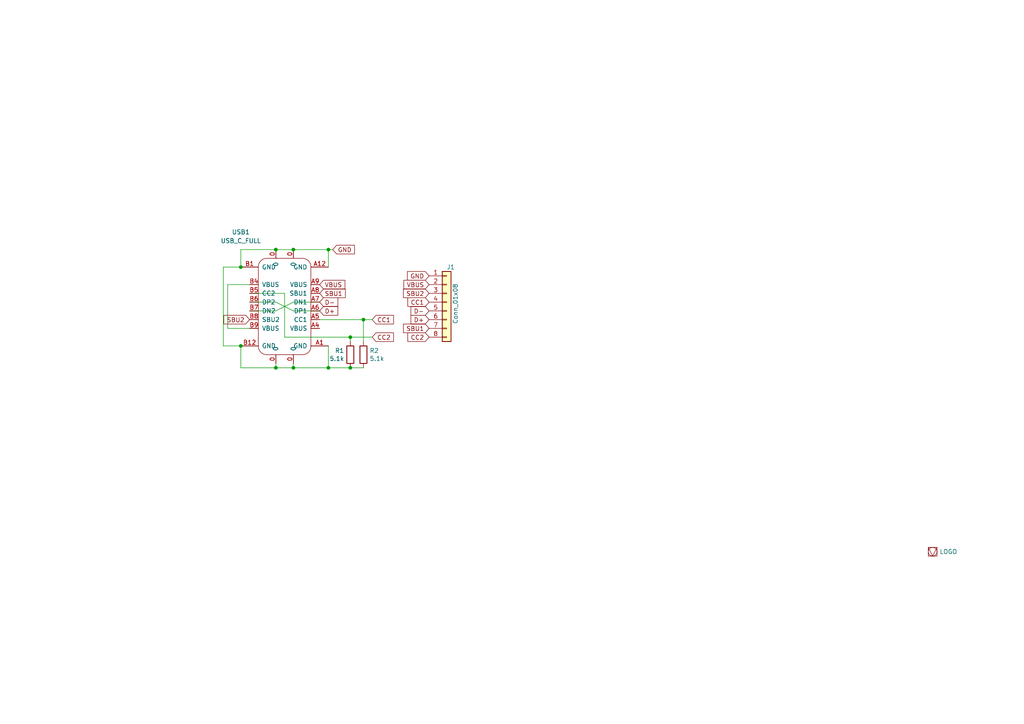
<source format=kicad_sch>
(kicad_sch (version 20230121) (generator eeschema)
  (paper "A4")
  (lib_symbols
    (symbol "GS_Local:Conn_01x08" (pin_names (offset 1.016) hide)
      (property "Reference" "J" (at 0 10.16 0))
      (property "Value" "Conn_01x08" (at 0 -12.7 0))
      (symbol "Conn_01x08_1_1"
        (rectangle (start -1.27 -10.033) (end 0 -10.287) (stroke (width 0.1524)))
        (rectangle (start -1.27 -7.493) (end 0 -7.747) (stroke (width 0.1524)))
        (rectangle (start -1.27 -4.953) (end 0 -5.207) (stroke (width 0.1524)))
        (rectangle (start -1.27 -2.413) (end 0 -2.667) (stroke (width 0.1524)))
        (rectangle (start -1.27 0.127) (end 0 -0.127) (stroke (width 0.1524)))
        (rectangle (start -1.27 2.667) (end 0 2.413) (stroke (width 0.1524)))
        (rectangle (start -1.27 5.207) (end 0 4.953) (stroke (width 0.1524)))
        (rectangle (start -1.27 7.747) (end 0 7.493) (stroke (width 0.1524)))
        (rectangle (start -1.27 8.89) (end 1.27 -11.43) (stroke (width 0.254)) (fill (type background)))
        (pin passive line (at -5.08 7.62 0) (length 3.81) (name "Pin_1") (number "1"))
        (pin passive line (at -5.08 5.08 0) (length 3.81) (name "Pin_2") (number "2"))
        (pin passive line (at -5.08 2.54 0) (length 3.81) (name "Pin_3") (number "3"))
        (pin passive line (at -5.08 0 0) (length 3.81) (name "Pin_4") (number "4"))
        (pin passive line (at -5.08 -2.54 0) (length 3.81) (name "Pin_5") (number "5"))
        (pin passive line (at -5.08 -5.08 0) (length 3.81) (name "Pin_6") (number "6"))
        (pin passive line (at -5.08 -7.62 0) (length 3.81) (name "Pin_7") (number "7"))
        (pin passive line (at -5.08 -10.16 0) (length 3.81) (name "Pin_8") (number "8"))
      )
    )
    (symbol "GS_Local:LOGO" (pin_numbers hide) (pin_names (offset 1.016) hide)
      (property "Value" "LOGO" (at 0 2.54 0))
      (symbol "LOGO_0_1"
        (rectangle (start -1.27 1.27) (end 1.27 -1.27))
        (polyline (pts (xy -1.27 1.27) (xy 0 -1.27) (xy 1.27 1.27)))
        (circle (center 0 0) (radius 1.27))
      )
    )
    (symbol "GS_Local:R" (pin_numbers hide) (pin_names (offset 0))
      (property "Reference" "R" (at 2.032 0 90))
      (property "Value" "R" (at 0 0 90))
      (symbol "R_0_1"
        (rectangle (start -1.016 -2.54) (end 1.016 2.54) (stroke (width 0.254)))
      )
      (symbol "R_1_1"
        (pin passive line (at 0 3.81 270) (length 1.27) (name "~") (number "1"))
        (pin passive line (at 0 -3.81 90) (length 1.27) (name "~") (number "2"))
      )
    )
    (symbol "GS_Local:USB_C_FULL" (pin_names (offset 1.016))
      (property "Reference" "USB" (at 5.5118 -16.7386 0))
      (property "Value" "USB_C_FULL" (at -9.6266 13.9446 0))
      (symbol "USB_C_FULL_0_1"
        (arc (start -7.62 -12.7) (mid -6.9073 -14.5273) (end -5.08 -15.24))
        (arc (start -5.08 12.7) (mid -6.9073 11.9873) (end -7.62 10.16))
        (polyline (pts (xy -7.62 10.16) (xy -7.62 -12.7)))
        (polyline (pts (xy -5.08 -15.24) (xy 5.08 -15.24)))
        (polyline (pts (xy 5.08 12.7) (xy -5.08 12.7)))
        (polyline (pts (xy 7.62 -12.7) (xy 7.62 10.16)))
        (arc (start 5.08 -15.24) (mid 6.9331 -14.5351) (end 7.62 -12.6746))
        (arc (start 7.62 10.16) (mid 6.9073 11.9873) (end 5.08 12.7))
      )
      (symbol "USB_C_FULL_1_1"
        (pin passive line (at -2.54 -17.78 90) (length 2.54) (name "0") (number "0"))
        (pin passive line (at -2.54 15.24 270) (length 2.54) (name "0") (number "0"))
        (pin passive line (at 2.54 -17.78 90) (length 2.54) (name "0") (number "0"))
        (pin passive line (at 2.54 15.24 270) (length 2.54) (name "0") (number "0"))
        (pin power_in line (at 12.7 -12.7 180) (length 5.08) (name "GND") (number "A1"))
        (pin power_in line (at 12.7 10.16 180) (length 5.08) (name "GND") (number "A12"))
        (pin power_in line (at 10.16 -7.62 180) (length 2.54) (name "VBUS") (number "A4"))
        (pin bidirectional line (at 10.16 -5.08 180) (length 2.54) (name "CC1") (number "A5"))
        (pin bidirectional line (at 10.16 -2.54 180) (length 2.54) (name "DP1") (number "A6"))
        (pin bidirectional line (at 10.16 0 180) (length 2.54) (name "DN1") (number "A7"))
        (pin bidirectional line (at 10.16 2.54 180) (length 2.54) (name "SBU1") (number "A8"))
        (pin power_in line (at 10.16 5.08 180) (length 2.54) (name "VBUS") (number "A9"))
        (pin power_in line (at -12.7 10.16 0) (length 5.08) (name "GND") (number "B1"))
        (pin power_in line (at -12.7 -12.7 0) (length 5.08) (name "GND") (number "B12"))
        (pin power_in line (at -10.16 5.08 0) (length 2.54) (name "VBUS") (number "B4"))
        (pin bidirectional line (at -10.16 2.54 0) (length 2.54) (name "CC2") (number "B5"))
        (pin bidirectional line (at -10.16 0 0) (length 2.54) (name "DP2") (number "B6"))
        (pin bidirectional line (at -10.16 -2.54 0) (length 2.54) (name "DN2") (number "B7"))
        (pin bidirectional line (at -10.16 -5.08 0) (length 2.54) (name "SBU2") (number "B8"))
        (pin power_in line (at -10.16 -7.62 0) (length 2.54) (name "VBUS") (number "B9"))
      )
    )
  )
  (junction (at 105.41 92.71))
  (junction (at 80.01 106.68))
  (junction (at 95.25 72.39))
  (junction (at 80.01 72.39))
  (junction (at 85.09 106.68))
  (junction (at 85.09 72.39))
  (junction (at 69.85 77.47))
  (junction (at 101.6 97.79))
  (junction (at 95.25 106.68))
  (junction (at 101.6 106.68))
  (junction (at 69.85 100.33))
  (wire (pts (xy 69.85 77.47) (xy 69.85 72.39)))
  (wire (pts (xy 95.25 106.68) (xy 85.09 106.68)))
  (wire (pts (xy 85.09 106.68) (xy 80.01 106.68)))
  (wire (pts (xy 85.09 72.39) (xy 80.01 72.39)))
  (wire (pts (xy 105.41 106.68) (xy 101.6 106.68)))
  (wire (pts (xy 95.25 72.39) (xy 95.25 77.47)))
  (wire (pts (xy 105.41 92.71) (xy 105.41 99.06)))
  (wire (pts (xy 92.71 92.71) (xy 105.41 92.71)))
  (wire (pts (xy 80.01 105.41) (xy 80.01 106.68)))
  (wire (pts (xy 85.09 106.68) (xy 85.09 105.41)))
  (wire (pts (xy 85.09 87.63) (xy 92.71 87.63)))
  (wire (pts (xy 64.77 77.47) (xy 64.77 100.33)))
  (wire (pts (xy 69.85 72.39) (xy 80.01 72.39)))
  (wire (pts (xy 72.39 95.25) (xy 66.04 95.25)))
  (wire (pts (xy 85.09 72.39) (xy 95.25 72.39)))
  (wire (pts (xy 72.39 85.09) (xy 82.55 85.09)))
  (wire (pts (xy 101.6 97.79) (xy 107.95 97.79)))
  (wire (pts (xy 101.6 106.68) (xy 95.25 106.68)))
  (wire (pts (xy 69.85 77.47) (xy 64.77 77.47)))
  (wire (pts (xy 66.04 95.25) (xy 66.04 82.55)))
  (wire (pts (xy 82.55 97.79) (xy 101.6 97.79)))
  (wire (pts (xy 95.25 100.33) (xy 95.25 106.68)))
  (wire (pts (xy 80.01 90.17) (xy 85.09 87.63)))
  (wire (pts (xy 82.55 85.09) (xy 82.55 97.79)))
  (wire (pts (xy 96.52 72.39) (xy 95.25 72.39)))
  (wire (pts (xy 72.39 90.17) (xy 80.01 90.17)))
  (wire (pts (xy 72.39 82.55) (xy 66.04 82.55)))
  (wire (pts (xy 85.09 90.17) (xy 92.71 90.17)))
  (wire (pts (xy 101.6 99.06) (xy 101.6 97.79)))
  (wire (pts (xy 69.85 100.33) (xy 69.85 106.68)))
  (wire (pts (xy 107.95 92.71) (xy 105.41 92.71)))
  (wire (pts (xy 64.77 100.33) (xy 69.85 100.33)))
  (wire (pts (xy 80.01 87.63) (xy 85.09 90.17)))
  (wire (pts (xy 72.39 87.63) (xy 80.01 87.63)))
  (wire (pts (xy 80.01 106.68) (xy 69.85 106.68)))
  (global_label "D+" (shape input) (at 92.71 90.17 0) (property "Intersheetrefs" "${INTERSHEET_REFS}" (effects hide)))
  (global_label "GND" (shape input) (at 124.46 80.01 180) (property "Intersheetrefs" "${INTERSHEET_REFS}" (effects hide)))
  (global_label "D-" (shape input) (at 124.46 90.17 180) (property "Intersheetrefs" "${INTERSHEET_REFS}" (effects hide)))
  (global_label "CC2" (shape input) (at 107.95 97.79 0) (property "Intersheetrefs" "${INTERSHEET_REFS}" (effects hide)))
  (global_label "VBUS" (shape input) (at 92.71 82.55 0) (property "Intersheetrefs" "${INTERSHEET_REFS}" (effects hide)))
  (global_label "CC1" (shape input) (at 124.46 87.63 180) (property "Intersheetrefs" "${INTERSHEET_REFS}" (effects hide)))
  (global_label "SBU1" (shape input) (at 124.46 95.25 180) (property "Intersheetrefs" "${INTERSHEET_REFS}" (effects hide)))
  (global_label "CC2" (shape input) (at 124.46 97.79 180) (property "Intersheetrefs" "${INTERSHEET_REFS}" (effects hide)))
  (global_label "SBU2" (shape input) (at 72.39 92.71 180) (property "Intersheetrefs" "${INTERSHEET_REFS}" (effects hide)))
  (global_label "D+" (shape input) (at 124.46 92.71 180) (property "Intersheetrefs" "${INTERSHEET_REFS}" (effects hide)))
  (global_label "GND" (shape input) (at 96.52 72.39 0) (property "Intersheetrefs" "${INTERSHEET_REFS}" (effects hide)))
  (global_label "CC1" (shape input) (at 107.95 92.71 0) (property "Intersheetrefs" "${INTERSHEET_REFS}" (effects hide)))
  (global_label "SBU1" (shape input) (at 92.71 85.09 0) (property "Intersheetrefs" "${INTERSHEET_REFS}" (effects hide)))
  (global_label "SBU2" (shape input) (at 124.46 85.09 180) (property "Intersheetrefs" "${INTERSHEET_REFS}" (effects hide)))
  (global_label "D-" (shape input) (at 92.71 87.63 0) (property "Intersheetrefs" "${INTERSHEET_REFS}" (effects hide)))
  (global_label "VBUS" (shape input) (at 124.46 82.55 180) (property "Intersheetrefs" "${INTERSHEET_REFS}" (effects hide)))
  (symbol (lib_id "GS_Local:USB_C_FULL") (at 82.55 87.63 0) (unit 1)
    (property "Reference" "USB1" (at 69.85 67.31 0))
    (property "Value" "USB_C_FULL" (at 69.85 69.85 0))
    (property "Footprint" "GS_Local:USB_C_C167321" (effects hide))
    (property "MPN" "918-418K2023S40001" (effects hide))
  )
  (symbol (lib_id "GS_Local:R") (at 101.6 102.87 0) (mirror x) (unit 1)
    (property "Reference" "R1" (at 99.822 101.7016 0) (effects (justify right)))
    (property "Value" "5.1k" (at 99.822 104.013 0) (effects (justify right)))
    (property "Footprint" "GS_Local:R_0402_1005Metric" (effects hide))
  )
  (symbol (lib_id "GS_Local:R") (at 105.41 102.87 180) (unit 1)
    (property "Reference" "R2" (at 107.188 101.7016 0) (effects (justify right)))
    (property "Value" "5.1k" (at 107.188 104.013 0) (effects (justify right)))
    (property "Footprint" "GS_Local:R_0402_1005Metric" (effects hide))
  )
  (symbol (lib_id "GS_Local:LOGO") (at 270.51 160.02 0) (unit 1)
    (property "Reference" "LGO1" (effects hide))
    (property "Value" "LOGO" (at 272.4912 160.02 0) (effects (justify left)))
    (property "Footprint" "GS_Local:LOGO" (effects hide))
  )
  (symbol (lib_id "GS_Local:Conn_01x08") (at 129.54 87.63 0) (unit 1)
    (property "Reference" "J1" (at 129.54 77.47 0) (effects (justify left)))
    (property "Value" "Conn_01x08" (at 132.08 93.98 90) (effects (justify left)))
    (property "Footprint" "GS_Local:PinHeader_1x08_P2.54mm_Vertical_Male" (effects hide))
    (property "Datasheet" "https://datasheet.lcsc.com/szlcsc/1912111437_MINTRON-MTP125-1108S1_C358689.pdf" (effects hide))
    (property "MPN" "MTP125-1108S1" (effects hide))
    (property "LCSC" "C358689" (effects hide))
  )
)
</source>
